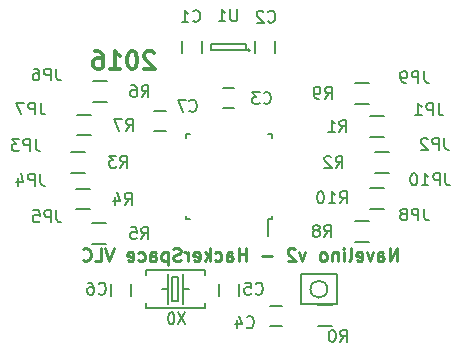
<source format=gbo>
G04 #@! TF.FileFunction,Legend,Bot*
%FSLAX46Y46*%
G04 Gerber Fmt 4.6, Leading zero omitted, Abs format (unit mm)*
G04 Created by KiCad (PCBNEW 4.0.4-stable) date Thursday, 03 '03e' November '03e' 2016, 09:15:18*
%MOMM*%
%LPD*%
G01*
G04 APERTURE LIST*
%ADD10C,0.100000*%
%ADD11C,0.300000*%
%ADD12C,0.275000*%
%ADD13C,0.127000*%
%ADD14C,0.150000*%
G04 APERTURE END LIST*
D10*
D11*
X118649428Y-119971429D02*
X118577999Y-119900000D01*
X118435142Y-119828571D01*
X118077999Y-119828571D01*
X117935142Y-119900000D01*
X117863713Y-119971429D01*
X117792285Y-120114286D01*
X117792285Y-120257143D01*
X117863713Y-120471429D01*
X118720856Y-121328571D01*
X117792285Y-121328571D01*
X116863714Y-119828571D02*
X116720857Y-119828571D01*
X116578000Y-119900000D01*
X116506571Y-119971429D01*
X116435142Y-120114286D01*
X116363714Y-120400000D01*
X116363714Y-120757143D01*
X116435142Y-121042857D01*
X116506571Y-121185714D01*
X116578000Y-121257143D01*
X116720857Y-121328571D01*
X116863714Y-121328571D01*
X117006571Y-121257143D01*
X117078000Y-121185714D01*
X117149428Y-121042857D01*
X117220857Y-120757143D01*
X117220857Y-120400000D01*
X117149428Y-120114286D01*
X117078000Y-119971429D01*
X117006571Y-119900000D01*
X116863714Y-119828571D01*
X114935143Y-121328571D02*
X115792286Y-121328571D01*
X115363714Y-121328571D02*
X115363714Y-119828571D01*
X115506571Y-120042857D01*
X115649429Y-120185714D01*
X115792286Y-120257143D01*
X113649429Y-119828571D02*
X113935143Y-119828571D01*
X114078000Y-119900000D01*
X114149429Y-119971429D01*
X114292286Y-120185714D01*
X114363715Y-120471429D01*
X114363715Y-121042857D01*
X114292286Y-121185714D01*
X114220858Y-121257143D01*
X114078000Y-121328571D01*
X113792286Y-121328571D01*
X113649429Y-121257143D01*
X113578000Y-121185714D01*
X113506572Y-121042857D01*
X113506572Y-120685714D01*
X113578000Y-120542857D01*
X113649429Y-120471429D01*
X113792286Y-120400000D01*
X114078000Y-120400000D01*
X114220858Y-120471429D01*
X114292286Y-120542857D01*
X114363715Y-120685714D01*
D12*
X139218095Y-137597619D02*
X139218095Y-136497619D01*
X138589524Y-137597619D01*
X138589524Y-136497619D01*
X137594286Y-137597619D02*
X137594286Y-137021429D01*
X137646667Y-136916667D01*
X137751429Y-136864286D01*
X137960952Y-136864286D01*
X138065714Y-136916667D01*
X137594286Y-137545238D02*
X137699048Y-137597619D01*
X137960952Y-137597619D01*
X138065714Y-137545238D01*
X138118095Y-137440476D01*
X138118095Y-137335714D01*
X138065714Y-137230952D01*
X137960952Y-137178571D01*
X137699048Y-137178571D01*
X137594286Y-137126190D01*
X137175238Y-136864286D02*
X136913333Y-137597619D01*
X136651429Y-136864286D01*
X135813334Y-137545238D02*
X135918096Y-137597619D01*
X136127619Y-137597619D01*
X136232381Y-137545238D01*
X136284762Y-137440476D01*
X136284762Y-137021429D01*
X136232381Y-136916667D01*
X136127619Y-136864286D01*
X135918096Y-136864286D01*
X135813334Y-136916667D01*
X135760953Y-137021429D01*
X135760953Y-137126190D01*
X136284762Y-137230952D01*
X135132381Y-137597619D02*
X135237143Y-137545238D01*
X135289524Y-137440476D01*
X135289524Y-136497619D01*
X134713334Y-137597619D02*
X134713334Y-136864286D01*
X134713334Y-136497619D02*
X134765715Y-136550000D01*
X134713334Y-136602381D01*
X134660953Y-136550000D01*
X134713334Y-136497619D01*
X134713334Y-136602381D01*
X134189524Y-136864286D02*
X134189524Y-137597619D01*
X134189524Y-136969048D02*
X134137143Y-136916667D01*
X134032381Y-136864286D01*
X133875239Y-136864286D01*
X133770477Y-136916667D01*
X133718096Y-137021429D01*
X133718096Y-137597619D01*
X133037143Y-137597619D02*
X133141905Y-137545238D01*
X133194286Y-137492857D01*
X133246667Y-137388095D01*
X133246667Y-137073810D01*
X133194286Y-136969048D01*
X133141905Y-136916667D01*
X133037143Y-136864286D01*
X132880001Y-136864286D01*
X132775239Y-136916667D01*
X132722858Y-136969048D01*
X132670477Y-137073810D01*
X132670477Y-137388095D01*
X132722858Y-137492857D01*
X132775239Y-137545238D01*
X132880001Y-137597619D01*
X133037143Y-137597619D01*
X131465715Y-136864286D02*
X131203810Y-137597619D01*
X130941906Y-136864286D01*
X130575239Y-136602381D02*
X130522858Y-136550000D01*
X130418096Y-136497619D01*
X130156192Y-136497619D01*
X130051430Y-136550000D01*
X129999049Y-136602381D01*
X129946668Y-136707143D01*
X129946668Y-136811905D01*
X129999049Y-136969048D01*
X130627620Y-137597619D01*
X129946668Y-137597619D01*
X128637144Y-137178571D02*
X127799049Y-137178571D01*
X126437144Y-137597619D02*
X126437144Y-136497619D01*
X126437144Y-137021429D02*
X125808573Y-137021429D01*
X125808573Y-137597619D02*
X125808573Y-136497619D01*
X124813335Y-137597619D02*
X124813335Y-137021429D01*
X124865716Y-136916667D01*
X124970478Y-136864286D01*
X125180001Y-136864286D01*
X125284763Y-136916667D01*
X124813335Y-137545238D02*
X124918097Y-137597619D01*
X125180001Y-137597619D01*
X125284763Y-137545238D01*
X125337144Y-137440476D01*
X125337144Y-137335714D01*
X125284763Y-137230952D01*
X125180001Y-137178571D01*
X124918097Y-137178571D01*
X124813335Y-137126190D01*
X123818097Y-137545238D02*
X123922859Y-137597619D01*
X124132382Y-137597619D01*
X124237144Y-137545238D01*
X124289525Y-137492857D01*
X124341906Y-137388095D01*
X124341906Y-137073810D01*
X124289525Y-136969048D01*
X124237144Y-136916667D01*
X124132382Y-136864286D01*
X123922859Y-136864286D01*
X123818097Y-136916667D01*
X123346668Y-137597619D02*
X123346668Y-136497619D01*
X123241906Y-137178571D02*
X122927621Y-137597619D01*
X122927621Y-136864286D02*
X123346668Y-137283333D01*
X122037145Y-137545238D02*
X122141907Y-137597619D01*
X122351430Y-137597619D01*
X122456192Y-137545238D01*
X122508573Y-137440476D01*
X122508573Y-137021429D01*
X122456192Y-136916667D01*
X122351430Y-136864286D01*
X122141907Y-136864286D01*
X122037145Y-136916667D01*
X121984764Y-137021429D01*
X121984764Y-137126190D01*
X122508573Y-137230952D01*
X121513335Y-137597619D02*
X121513335Y-136864286D01*
X121513335Y-137073810D02*
X121460954Y-136969048D01*
X121408573Y-136916667D01*
X121303811Y-136864286D01*
X121199050Y-136864286D01*
X120884764Y-137545238D02*
X120727621Y-137597619D01*
X120465717Y-137597619D01*
X120360955Y-137545238D01*
X120308574Y-137492857D01*
X120256193Y-137388095D01*
X120256193Y-137283333D01*
X120308574Y-137178571D01*
X120360955Y-137126190D01*
X120465717Y-137073810D01*
X120675240Y-137021429D01*
X120780002Y-136969048D01*
X120832383Y-136916667D01*
X120884764Y-136811905D01*
X120884764Y-136707143D01*
X120832383Y-136602381D01*
X120780002Y-136550000D01*
X120675240Y-136497619D01*
X120413336Y-136497619D01*
X120256193Y-136550000D01*
X119784764Y-136864286D02*
X119784764Y-137964286D01*
X119784764Y-136916667D02*
X119680002Y-136864286D01*
X119470479Y-136864286D01*
X119365717Y-136916667D01*
X119313336Y-136969048D01*
X119260955Y-137073810D01*
X119260955Y-137388095D01*
X119313336Y-137492857D01*
X119365717Y-137545238D01*
X119470479Y-137597619D01*
X119680002Y-137597619D01*
X119784764Y-137545238D01*
X118318098Y-137597619D02*
X118318098Y-137021429D01*
X118370479Y-136916667D01*
X118475241Y-136864286D01*
X118684764Y-136864286D01*
X118789526Y-136916667D01*
X118318098Y-137545238D02*
X118422860Y-137597619D01*
X118684764Y-137597619D01*
X118789526Y-137545238D01*
X118841907Y-137440476D01*
X118841907Y-137335714D01*
X118789526Y-137230952D01*
X118684764Y-137178571D01*
X118422860Y-137178571D01*
X118318098Y-137126190D01*
X117322860Y-137545238D02*
X117427622Y-137597619D01*
X117637145Y-137597619D01*
X117741907Y-137545238D01*
X117794288Y-137492857D01*
X117846669Y-137388095D01*
X117846669Y-137073810D01*
X117794288Y-136969048D01*
X117741907Y-136916667D01*
X117637145Y-136864286D01*
X117427622Y-136864286D01*
X117322860Y-136916667D01*
X116432384Y-137545238D02*
X116537146Y-137597619D01*
X116746669Y-137597619D01*
X116851431Y-137545238D01*
X116903812Y-137440476D01*
X116903812Y-137021429D01*
X116851431Y-136916667D01*
X116746669Y-136864286D01*
X116537146Y-136864286D01*
X116432384Y-136916667D01*
X116380003Y-137021429D01*
X116380003Y-137126190D01*
X116903812Y-137230952D01*
X115227622Y-136497619D02*
X114860955Y-137597619D01*
X114494289Y-136497619D01*
X113603813Y-137597619D02*
X114127622Y-137597619D01*
X114127622Y-136497619D01*
X112608575Y-137492857D02*
X112660956Y-137545238D01*
X112818099Y-137597619D01*
X112922861Y-137597619D01*
X113080003Y-137545238D01*
X113184765Y-137440476D01*
X113237146Y-137335714D01*
X113289527Y-137126190D01*
X113289527Y-136969048D01*
X113237146Y-136759524D01*
X113184765Y-136654762D01*
X113080003Y-136550000D01*
X112922861Y-136497619D01*
X112818099Y-136497619D01*
X112660956Y-136550000D01*
X112608575Y-136602381D01*
D13*
X122925000Y-138375000D02*
X122925000Y-138775000D01*
X122925000Y-141175000D02*
X122925000Y-141575000D01*
X122925000Y-141575000D02*
X117925000Y-141575000D01*
X117925000Y-141575000D02*
X117925000Y-141175000D01*
X117925000Y-138775000D02*
X117925000Y-138375000D01*
X117925000Y-138375000D02*
X122925000Y-138375000D01*
X120679000Y-138959000D02*
X120679000Y-140991000D01*
X120679000Y-140991000D02*
X120171000Y-140991000D01*
X120171000Y-140991000D02*
X120171000Y-138959000D01*
X120171000Y-138959000D02*
X120679000Y-138959000D01*
X121060000Y-138705000D02*
X121060000Y-139975000D01*
X121060000Y-139975000D02*
X121060000Y-141245000D01*
X119790000Y-138705000D02*
X119790000Y-139975000D01*
X119790000Y-139975000D02*
X119790000Y-141245000D01*
X121060000Y-139975000D02*
X121568000Y-139975000D01*
X119790000Y-139975000D02*
X119282000Y-139975000D01*
D14*
X128625000Y-134075000D02*
X128300000Y-134075000D01*
X128625000Y-126825000D02*
X128300000Y-126825000D01*
X121375000Y-126825000D02*
X121700000Y-126825000D01*
X121375000Y-134075000D02*
X121700000Y-134075000D01*
X128625000Y-134075000D02*
X128625000Y-133750000D01*
X121375000Y-134075000D02*
X121375000Y-133750000D01*
X121375000Y-126825000D02*
X121375000Y-127150000D01*
X128625000Y-126825000D02*
X128625000Y-127150000D01*
X128300000Y-134075000D02*
X128300000Y-135500000D01*
X136900000Y-127100000D02*
X138100000Y-127100000D01*
X138100000Y-125350000D02*
X136900000Y-125350000D01*
X137375000Y-130100000D02*
X138575000Y-130100000D01*
X138575000Y-128350000D02*
X137375000Y-128350000D01*
X112800000Y-128350000D02*
X111600000Y-128350000D01*
X111600000Y-130100000D02*
X112800000Y-130100000D01*
X113250000Y-131475000D02*
X112050000Y-131475000D01*
X112050000Y-133225000D02*
X113250000Y-133225000D01*
X114600000Y-134375000D02*
X113400000Y-134375000D01*
X113400000Y-136125000D02*
X114600000Y-136125000D01*
X114675000Y-122350000D02*
X113475000Y-122350000D01*
X113475000Y-124100000D02*
X114675000Y-124100000D01*
X113300000Y-125200000D02*
X112100000Y-125200000D01*
X112100000Y-126950000D02*
X113300000Y-126950000D01*
X135650000Y-135950000D02*
X136850000Y-135950000D01*
X136850000Y-134200000D02*
X135650000Y-134200000D01*
X135625000Y-124275000D02*
X136825000Y-124275000D01*
X136825000Y-122525000D02*
X135625000Y-122525000D01*
X136900000Y-133150000D02*
X138100000Y-133150000D01*
X138100000Y-131400000D02*
X136900000Y-131400000D01*
X122725000Y-118975000D02*
X122725000Y-119975000D01*
X121025000Y-119975000D02*
X121025000Y-118975000D01*
X127200000Y-119975000D02*
X127200000Y-118975000D01*
X128900000Y-118975000D02*
X128900000Y-119975000D01*
X125450000Y-124675000D02*
X124450000Y-124675000D01*
X124450000Y-122975000D02*
X125450000Y-122975000D01*
X128450000Y-141375000D02*
X129450000Y-141375000D01*
X129450000Y-143075000D02*
X128450000Y-143075000D01*
X125825000Y-139550000D02*
X125825000Y-140550000D01*
X124125000Y-140550000D02*
X124125000Y-139550000D01*
X116700000Y-139550000D02*
X116700000Y-140550000D01*
X115000000Y-140550000D02*
X115000000Y-139550000D01*
X118625000Y-124875000D02*
X119625000Y-124875000D01*
X119625000Y-126575000D02*
X118625000Y-126575000D01*
X126750000Y-119750000D02*
G75*
G03X126750000Y-119750000I-100000J0D01*
G01*
X126400000Y-119200000D02*
X126400000Y-119700000D01*
X123500000Y-119200000D02*
X126400000Y-119200000D01*
X123500000Y-119700000D02*
X123500000Y-119200000D01*
X126400000Y-119700000D02*
X123500000Y-119700000D01*
X133318420Y-139975000D02*
G75*
G03X133318420Y-139975000I-718420J0D01*
G01*
X134100000Y-141225000D02*
X134100000Y-138725000D01*
X134100000Y-138725000D02*
X131100000Y-138725000D01*
X131100000Y-141225000D02*
X134100000Y-141225000D01*
X131100000Y-141225000D02*
X131100000Y-138725000D01*
X133750000Y-141350000D02*
X132550000Y-141350000D01*
X132550000Y-143100000D02*
X133750000Y-143100000D01*
X121258572Y-141942381D02*
X120658572Y-142942381D01*
X120658572Y-141942381D02*
X121258572Y-142942381D01*
X120144286Y-141942381D02*
X120058571Y-141942381D01*
X119972857Y-141990000D01*
X119930000Y-142037619D01*
X119887143Y-142132857D01*
X119844286Y-142323333D01*
X119844286Y-142561429D01*
X119887143Y-142751905D01*
X119930000Y-142847143D01*
X119972857Y-142894762D01*
X120058571Y-142942381D01*
X120144286Y-142942381D01*
X120230000Y-142894762D01*
X120272857Y-142847143D01*
X120315714Y-142751905D01*
X120358571Y-142561429D01*
X120358571Y-142323333D01*
X120315714Y-142132857D01*
X120272857Y-142037619D01*
X120230000Y-141990000D01*
X120144286Y-141942381D01*
X134341666Y-126652381D02*
X134675000Y-126176190D01*
X134913095Y-126652381D02*
X134913095Y-125652381D01*
X134532142Y-125652381D01*
X134436904Y-125700000D01*
X134389285Y-125747619D01*
X134341666Y-125842857D01*
X134341666Y-125985714D01*
X134389285Y-126080952D01*
X134436904Y-126128571D01*
X134532142Y-126176190D01*
X134913095Y-126176190D01*
X133389285Y-126652381D02*
X133960714Y-126652381D01*
X133675000Y-126652381D02*
X133675000Y-125652381D01*
X133770238Y-125795238D01*
X133865476Y-125890476D01*
X133960714Y-125938095D01*
X134016666Y-129702381D02*
X134350000Y-129226190D01*
X134588095Y-129702381D02*
X134588095Y-128702381D01*
X134207142Y-128702381D01*
X134111904Y-128750000D01*
X134064285Y-128797619D01*
X134016666Y-128892857D01*
X134016666Y-129035714D01*
X134064285Y-129130952D01*
X134111904Y-129178571D01*
X134207142Y-129226190D01*
X134588095Y-129226190D01*
X133635714Y-128797619D02*
X133588095Y-128750000D01*
X133492857Y-128702381D01*
X133254761Y-128702381D01*
X133159523Y-128750000D01*
X133111904Y-128797619D01*
X133064285Y-128892857D01*
X133064285Y-128988095D01*
X133111904Y-129130952D01*
X133683333Y-129702381D01*
X133064285Y-129702381D01*
X115791666Y-129677381D02*
X116125000Y-129201190D01*
X116363095Y-129677381D02*
X116363095Y-128677381D01*
X115982142Y-128677381D01*
X115886904Y-128725000D01*
X115839285Y-128772619D01*
X115791666Y-128867857D01*
X115791666Y-129010714D01*
X115839285Y-129105952D01*
X115886904Y-129153571D01*
X115982142Y-129201190D01*
X116363095Y-129201190D01*
X115458333Y-128677381D02*
X114839285Y-128677381D01*
X115172619Y-129058333D01*
X115029761Y-129058333D01*
X114934523Y-129105952D01*
X114886904Y-129153571D01*
X114839285Y-129248810D01*
X114839285Y-129486905D01*
X114886904Y-129582143D01*
X114934523Y-129629762D01*
X115029761Y-129677381D01*
X115315476Y-129677381D01*
X115410714Y-129629762D01*
X115458333Y-129582143D01*
X116166666Y-132827381D02*
X116500000Y-132351190D01*
X116738095Y-132827381D02*
X116738095Y-131827381D01*
X116357142Y-131827381D01*
X116261904Y-131875000D01*
X116214285Y-131922619D01*
X116166666Y-132017857D01*
X116166666Y-132160714D01*
X116214285Y-132255952D01*
X116261904Y-132303571D01*
X116357142Y-132351190D01*
X116738095Y-132351190D01*
X115309523Y-132160714D02*
X115309523Y-132827381D01*
X115547619Y-131779762D02*
X115785714Y-132494048D01*
X115166666Y-132494048D01*
X117566666Y-135727381D02*
X117900000Y-135251190D01*
X118138095Y-135727381D02*
X118138095Y-134727381D01*
X117757142Y-134727381D01*
X117661904Y-134775000D01*
X117614285Y-134822619D01*
X117566666Y-134917857D01*
X117566666Y-135060714D01*
X117614285Y-135155952D01*
X117661904Y-135203571D01*
X117757142Y-135251190D01*
X118138095Y-135251190D01*
X116661904Y-134727381D02*
X117138095Y-134727381D01*
X117185714Y-135203571D01*
X117138095Y-135155952D01*
X117042857Y-135108333D01*
X116804761Y-135108333D01*
X116709523Y-135155952D01*
X116661904Y-135203571D01*
X116614285Y-135298810D01*
X116614285Y-135536905D01*
X116661904Y-135632143D01*
X116709523Y-135679762D01*
X116804761Y-135727381D01*
X117042857Y-135727381D01*
X117138095Y-135679762D01*
X117185714Y-135632143D01*
X117591666Y-123702381D02*
X117925000Y-123226190D01*
X118163095Y-123702381D02*
X118163095Y-122702381D01*
X117782142Y-122702381D01*
X117686904Y-122750000D01*
X117639285Y-122797619D01*
X117591666Y-122892857D01*
X117591666Y-123035714D01*
X117639285Y-123130952D01*
X117686904Y-123178571D01*
X117782142Y-123226190D01*
X118163095Y-123226190D01*
X116734523Y-122702381D02*
X116925000Y-122702381D01*
X117020238Y-122750000D01*
X117067857Y-122797619D01*
X117163095Y-122940476D01*
X117210714Y-123130952D01*
X117210714Y-123511905D01*
X117163095Y-123607143D01*
X117115476Y-123654762D01*
X117020238Y-123702381D01*
X116829761Y-123702381D01*
X116734523Y-123654762D01*
X116686904Y-123607143D01*
X116639285Y-123511905D01*
X116639285Y-123273810D01*
X116686904Y-123178571D01*
X116734523Y-123130952D01*
X116829761Y-123083333D01*
X117020238Y-123083333D01*
X117115476Y-123130952D01*
X117163095Y-123178571D01*
X117210714Y-123273810D01*
X116266666Y-126552381D02*
X116600000Y-126076190D01*
X116838095Y-126552381D02*
X116838095Y-125552381D01*
X116457142Y-125552381D01*
X116361904Y-125600000D01*
X116314285Y-125647619D01*
X116266666Y-125742857D01*
X116266666Y-125885714D01*
X116314285Y-125980952D01*
X116361904Y-126028571D01*
X116457142Y-126076190D01*
X116838095Y-126076190D01*
X115933333Y-125552381D02*
X115266666Y-125552381D01*
X115695238Y-126552381D01*
X133041666Y-135552381D02*
X133375000Y-135076190D01*
X133613095Y-135552381D02*
X133613095Y-134552381D01*
X133232142Y-134552381D01*
X133136904Y-134600000D01*
X133089285Y-134647619D01*
X133041666Y-134742857D01*
X133041666Y-134885714D01*
X133089285Y-134980952D01*
X133136904Y-135028571D01*
X133232142Y-135076190D01*
X133613095Y-135076190D01*
X132470238Y-134980952D02*
X132565476Y-134933333D01*
X132613095Y-134885714D01*
X132660714Y-134790476D01*
X132660714Y-134742857D01*
X132613095Y-134647619D01*
X132565476Y-134600000D01*
X132470238Y-134552381D01*
X132279761Y-134552381D01*
X132184523Y-134600000D01*
X132136904Y-134647619D01*
X132089285Y-134742857D01*
X132089285Y-134790476D01*
X132136904Y-134885714D01*
X132184523Y-134933333D01*
X132279761Y-134980952D01*
X132470238Y-134980952D01*
X132565476Y-135028571D01*
X132613095Y-135076190D01*
X132660714Y-135171429D01*
X132660714Y-135361905D01*
X132613095Y-135457143D01*
X132565476Y-135504762D01*
X132470238Y-135552381D01*
X132279761Y-135552381D01*
X132184523Y-135504762D01*
X132136904Y-135457143D01*
X132089285Y-135361905D01*
X132089285Y-135171429D01*
X132136904Y-135076190D01*
X132184523Y-135028571D01*
X132279761Y-134980952D01*
X133116666Y-123852381D02*
X133450000Y-123376190D01*
X133688095Y-123852381D02*
X133688095Y-122852381D01*
X133307142Y-122852381D01*
X133211904Y-122900000D01*
X133164285Y-122947619D01*
X133116666Y-123042857D01*
X133116666Y-123185714D01*
X133164285Y-123280952D01*
X133211904Y-123328571D01*
X133307142Y-123376190D01*
X133688095Y-123376190D01*
X132640476Y-123852381D02*
X132450000Y-123852381D01*
X132354761Y-123804762D01*
X132307142Y-123757143D01*
X132211904Y-123614286D01*
X132164285Y-123423810D01*
X132164285Y-123042857D01*
X132211904Y-122947619D01*
X132259523Y-122900000D01*
X132354761Y-122852381D01*
X132545238Y-122852381D01*
X132640476Y-122900000D01*
X132688095Y-122947619D01*
X132735714Y-123042857D01*
X132735714Y-123280952D01*
X132688095Y-123376190D01*
X132640476Y-123423810D01*
X132545238Y-123471429D01*
X132354761Y-123471429D01*
X132259523Y-123423810D01*
X132211904Y-123376190D01*
X132164285Y-123280952D01*
X134367857Y-132702381D02*
X134701191Y-132226190D01*
X134939286Y-132702381D02*
X134939286Y-131702381D01*
X134558333Y-131702381D01*
X134463095Y-131750000D01*
X134415476Y-131797619D01*
X134367857Y-131892857D01*
X134367857Y-132035714D01*
X134415476Y-132130952D01*
X134463095Y-132178571D01*
X134558333Y-132226190D01*
X134939286Y-132226190D01*
X133415476Y-132702381D02*
X133986905Y-132702381D01*
X133701191Y-132702381D02*
X133701191Y-131702381D01*
X133796429Y-131845238D01*
X133891667Y-131940476D01*
X133986905Y-131988095D01*
X132796429Y-131702381D02*
X132701190Y-131702381D01*
X132605952Y-131750000D01*
X132558333Y-131797619D01*
X132510714Y-131892857D01*
X132463095Y-132083333D01*
X132463095Y-132321429D01*
X132510714Y-132511905D01*
X132558333Y-132607143D01*
X132605952Y-132654762D01*
X132701190Y-132702381D01*
X132796429Y-132702381D01*
X132891667Y-132654762D01*
X132939286Y-132607143D01*
X132986905Y-132511905D01*
X133034524Y-132321429D01*
X133034524Y-132083333D01*
X132986905Y-131892857D01*
X132939286Y-131797619D01*
X132891667Y-131750000D01*
X132796429Y-131702381D01*
X121941666Y-117257143D02*
X121989285Y-117304762D01*
X122132142Y-117352381D01*
X122227380Y-117352381D01*
X122370238Y-117304762D01*
X122465476Y-117209524D01*
X122513095Y-117114286D01*
X122560714Y-116923810D01*
X122560714Y-116780952D01*
X122513095Y-116590476D01*
X122465476Y-116495238D01*
X122370238Y-116400000D01*
X122227380Y-116352381D01*
X122132142Y-116352381D01*
X121989285Y-116400000D01*
X121941666Y-116447619D01*
X120989285Y-117352381D02*
X121560714Y-117352381D01*
X121275000Y-117352381D02*
X121275000Y-116352381D01*
X121370238Y-116495238D01*
X121465476Y-116590476D01*
X121560714Y-116638095D01*
X128291666Y-117307143D02*
X128339285Y-117354762D01*
X128482142Y-117402381D01*
X128577380Y-117402381D01*
X128720238Y-117354762D01*
X128815476Y-117259524D01*
X128863095Y-117164286D01*
X128910714Y-116973810D01*
X128910714Y-116830952D01*
X128863095Y-116640476D01*
X128815476Y-116545238D01*
X128720238Y-116450000D01*
X128577380Y-116402381D01*
X128482142Y-116402381D01*
X128339285Y-116450000D01*
X128291666Y-116497619D01*
X127910714Y-116497619D02*
X127863095Y-116450000D01*
X127767857Y-116402381D01*
X127529761Y-116402381D01*
X127434523Y-116450000D01*
X127386904Y-116497619D01*
X127339285Y-116592857D01*
X127339285Y-116688095D01*
X127386904Y-116830952D01*
X127958333Y-117402381D01*
X127339285Y-117402381D01*
X127916666Y-124207143D02*
X127964285Y-124254762D01*
X128107142Y-124302381D01*
X128202380Y-124302381D01*
X128345238Y-124254762D01*
X128440476Y-124159524D01*
X128488095Y-124064286D01*
X128535714Y-123873810D01*
X128535714Y-123730952D01*
X128488095Y-123540476D01*
X128440476Y-123445238D01*
X128345238Y-123350000D01*
X128202380Y-123302381D01*
X128107142Y-123302381D01*
X127964285Y-123350000D01*
X127916666Y-123397619D01*
X127583333Y-123302381D02*
X126964285Y-123302381D01*
X127297619Y-123683333D01*
X127154761Y-123683333D01*
X127059523Y-123730952D01*
X127011904Y-123778571D01*
X126964285Y-123873810D01*
X126964285Y-124111905D01*
X127011904Y-124207143D01*
X127059523Y-124254762D01*
X127154761Y-124302381D01*
X127440476Y-124302381D01*
X127535714Y-124254762D01*
X127583333Y-124207143D01*
X126491666Y-143182143D02*
X126539285Y-143229762D01*
X126682142Y-143277381D01*
X126777380Y-143277381D01*
X126920238Y-143229762D01*
X127015476Y-143134524D01*
X127063095Y-143039286D01*
X127110714Y-142848810D01*
X127110714Y-142705952D01*
X127063095Y-142515476D01*
X127015476Y-142420238D01*
X126920238Y-142325000D01*
X126777380Y-142277381D01*
X126682142Y-142277381D01*
X126539285Y-142325000D01*
X126491666Y-142372619D01*
X125634523Y-142610714D02*
X125634523Y-143277381D01*
X125872619Y-142229762D02*
X126110714Y-142944048D01*
X125491666Y-142944048D01*
X127241666Y-140332143D02*
X127289285Y-140379762D01*
X127432142Y-140427381D01*
X127527380Y-140427381D01*
X127670238Y-140379762D01*
X127765476Y-140284524D01*
X127813095Y-140189286D01*
X127860714Y-139998810D01*
X127860714Y-139855952D01*
X127813095Y-139665476D01*
X127765476Y-139570238D01*
X127670238Y-139475000D01*
X127527380Y-139427381D01*
X127432142Y-139427381D01*
X127289285Y-139475000D01*
X127241666Y-139522619D01*
X126336904Y-139427381D02*
X126813095Y-139427381D01*
X126860714Y-139903571D01*
X126813095Y-139855952D01*
X126717857Y-139808333D01*
X126479761Y-139808333D01*
X126384523Y-139855952D01*
X126336904Y-139903571D01*
X126289285Y-139998810D01*
X126289285Y-140236905D01*
X126336904Y-140332143D01*
X126384523Y-140379762D01*
X126479761Y-140427381D01*
X126717857Y-140427381D01*
X126813095Y-140379762D01*
X126860714Y-140332143D01*
X113941666Y-140332143D02*
X113989285Y-140379762D01*
X114132142Y-140427381D01*
X114227380Y-140427381D01*
X114370238Y-140379762D01*
X114465476Y-140284524D01*
X114513095Y-140189286D01*
X114560714Y-139998810D01*
X114560714Y-139855952D01*
X114513095Y-139665476D01*
X114465476Y-139570238D01*
X114370238Y-139475000D01*
X114227380Y-139427381D01*
X114132142Y-139427381D01*
X113989285Y-139475000D01*
X113941666Y-139522619D01*
X113084523Y-139427381D02*
X113275000Y-139427381D01*
X113370238Y-139475000D01*
X113417857Y-139522619D01*
X113513095Y-139665476D01*
X113560714Y-139855952D01*
X113560714Y-140236905D01*
X113513095Y-140332143D01*
X113465476Y-140379762D01*
X113370238Y-140427381D01*
X113179761Y-140427381D01*
X113084523Y-140379762D01*
X113036904Y-140332143D01*
X112989285Y-140236905D01*
X112989285Y-139998810D01*
X113036904Y-139903571D01*
X113084523Y-139855952D01*
X113179761Y-139808333D01*
X113370238Y-139808333D01*
X113465476Y-139855952D01*
X113513095Y-139903571D01*
X113560714Y-139998810D01*
X121641666Y-124857143D02*
X121689285Y-124904762D01*
X121832142Y-124952381D01*
X121927380Y-124952381D01*
X122070238Y-124904762D01*
X122165476Y-124809524D01*
X122213095Y-124714286D01*
X122260714Y-124523810D01*
X122260714Y-124380952D01*
X122213095Y-124190476D01*
X122165476Y-124095238D01*
X122070238Y-124000000D01*
X121927380Y-123952381D01*
X121832142Y-123952381D01*
X121689285Y-124000000D01*
X121641666Y-124047619D01*
X121308333Y-123952381D02*
X120641666Y-123952381D01*
X121070238Y-124952381D01*
X125686905Y-116277381D02*
X125686905Y-117086905D01*
X125639286Y-117182143D01*
X125591667Y-117229762D01*
X125496429Y-117277381D01*
X125305952Y-117277381D01*
X125210714Y-117229762D01*
X125163095Y-117182143D01*
X125115476Y-117086905D01*
X125115476Y-116277381D01*
X124115476Y-117277381D02*
X124686905Y-117277381D01*
X124401191Y-117277381D02*
X124401191Y-116277381D01*
X124496429Y-116420238D01*
X124591667Y-116515476D01*
X124686905Y-116563095D01*
X142733333Y-124252381D02*
X142733333Y-124966667D01*
X142780953Y-125109524D01*
X142876191Y-125204762D01*
X143019048Y-125252381D01*
X143114286Y-125252381D01*
X142257143Y-125252381D02*
X142257143Y-124252381D01*
X141876190Y-124252381D01*
X141780952Y-124300000D01*
X141733333Y-124347619D01*
X141685714Y-124442857D01*
X141685714Y-124585714D01*
X141733333Y-124680952D01*
X141780952Y-124728571D01*
X141876190Y-124776190D01*
X142257143Y-124776190D01*
X140733333Y-125252381D02*
X141304762Y-125252381D01*
X141019048Y-125252381D02*
X141019048Y-124252381D01*
X141114286Y-124395238D01*
X141209524Y-124490476D01*
X141304762Y-124538095D01*
X143233333Y-127177381D02*
X143233333Y-127891667D01*
X143280953Y-128034524D01*
X143376191Y-128129762D01*
X143519048Y-128177381D01*
X143614286Y-128177381D01*
X142757143Y-128177381D02*
X142757143Y-127177381D01*
X142376190Y-127177381D01*
X142280952Y-127225000D01*
X142233333Y-127272619D01*
X142185714Y-127367857D01*
X142185714Y-127510714D01*
X142233333Y-127605952D01*
X142280952Y-127653571D01*
X142376190Y-127701190D01*
X142757143Y-127701190D01*
X141804762Y-127272619D02*
X141757143Y-127225000D01*
X141661905Y-127177381D01*
X141423809Y-127177381D01*
X141328571Y-127225000D01*
X141280952Y-127272619D01*
X141233333Y-127367857D01*
X141233333Y-127463095D01*
X141280952Y-127605952D01*
X141852381Y-128177381D01*
X141233333Y-128177381D01*
X108608333Y-127277381D02*
X108608333Y-127991667D01*
X108655953Y-128134524D01*
X108751191Y-128229762D01*
X108894048Y-128277381D01*
X108989286Y-128277381D01*
X108132143Y-128277381D02*
X108132143Y-127277381D01*
X107751190Y-127277381D01*
X107655952Y-127325000D01*
X107608333Y-127372619D01*
X107560714Y-127467857D01*
X107560714Y-127610714D01*
X107608333Y-127705952D01*
X107655952Y-127753571D01*
X107751190Y-127801190D01*
X108132143Y-127801190D01*
X107227381Y-127277381D02*
X106608333Y-127277381D01*
X106941667Y-127658333D01*
X106798809Y-127658333D01*
X106703571Y-127705952D01*
X106655952Y-127753571D01*
X106608333Y-127848810D01*
X106608333Y-128086905D01*
X106655952Y-128182143D01*
X106703571Y-128229762D01*
X106798809Y-128277381D01*
X107084524Y-128277381D01*
X107179762Y-128229762D01*
X107227381Y-128182143D01*
X109008333Y-130202381D02*
X109008333Y-130916667D01*
X109055953Y-131059524D01*
X109151191Y-131154762D01*
X109294048Y-131202381D01*
X109389286Y-131202381D01*
X108532143Y-131202381D02*
X108532143Y-130202381D01*
X108151190Y-130202381D01*
X108055952Y-130250000D01*
X108008333Y-130297619D01*
X107960714Y-130392857D01*
X107960714Y-130535714D01*
X108008333Y-130630952D01*
X108055952Y-130678571D01*
X108151190Y-130726190D01*
X108532143Y-130726190D01*
X107103571Y-130535714D02*
X107103571Y-131202381D01*
X107341667Y-130154762D02*
X107579762Y-130869048D01*
X106960714Y-130869048D01*
X110383333Y-133302381D02*
X110383333Y-134016667D01*
X110430953Y-134159524D01*
X110526191Y-134254762D01*
X110669048Y-134302381D01*
X110764286Y-134302381D01*
X109907143Y-134302381D02*
X109907143Y-133302381D01*
X109526190Y-133302381D01*
X109430952Y-133350000D01*
X109383333Y-133397619D01*
X109335714Y-133492857D01*
X109335714Y-133635714D01*
X109383333Y-133730952D01*
X109430952Y-133778571D01*
X109526190Y-133826190D01*
X109907143Y-133826190D01*
X108430952Y-133302381D02*
X108907143Y-133302381D01*
X108954762Y-133778571D01*
X108907143Y-133730952D01*
X108811905Y-133683333D01*
X108573809Y-133683333D01*
X108478571Y-133730952D01*
X108430952Y-133778571D01*
X108383333Y-133873810D01*
X108383333Y-134111905D01*
X108430952Y-134207143D01*
X108478571Y-134254762D01*
X108573809Y-134302381D01*
X108811905Y-134302381D01*
X108907143Y-134254762D01*
X108954762Y-134207143D01*
X110358333Y-121302381D02*
X110358333Y-122016667D01*
X110405953Y-122159524D01*
X110501191Y-122254762D01*
X110644048Y-122302381D01*
X110739286Y-122302381D01*
X109882143Y-122302381D02*
X109882143Y-121302381D01*
X109501190Y-121302381D01*
X109405952Y-121350000D01*
X109358333Y-121397619D01*
X109310714Y-121492857D01*
X109310714Y-121635714D01*
X109358333Y-121730952D01*
X109405952Y-121778571D01*
X109501190Y-121826190D01*
X109882143Y-121826190D01*
X108453571Y-121302381D02*
X108644048Y-121302381D01*
X108739286Y-121350000D01*
X108786905Y-121397619D01*
X108882143Y-121540476D01*
X108929762Y-121730952D01*
X108929762Y-122111905D01*
X108882143Y-122207143D01*
X108834524Y-122254762D01*
X108739286Y-122302381D01*
X108548809Y-122302381D01*
X108453571Y-122254762D01*
X108405952Y-122207143D01*
X108358333Y-122111905D01*
X108358333Y-121873810D01*
X108405952Y-121778571D01*
X108453571Y-121730952D01*
X108548809Y-121683333D01*
X108739286Y-121683333D01*
X108834524Y-121730952D01*
X108882143Y-121778571D01*
X108929762Y-121873810D01*
X109033333Y-124177381D02*
X109033333Y-124891667D01*
X109080953Y-125034524D01*
X109176191Y-125129762D01*
X109319048Y-125177381D01*
X109414286Y-125177381D01*
X108557143Y-125177381D02*
X108557143Y-124177381D01*
X108176190Y-124177381D01*
X108080952Y-124225000D01*
X108033333Y-124272619D01*
X107985714Y-124367857D01*
X107985714Y-124510714D01*
X108033333Y-124605952D01*
X108080952Y-124653571D01*
X108176190Y-124701190D01*
X108557143Y-124701190D01*
X107652381Y-124177381D02*
X106985714Y-124177381D01*
X107414286Y-125177381D01*
X141508333Y-133152381D02*
X141508333Y-133866667D01*
X141555953Y-134009524D01*
X141651191Y-134104762D01*
X141794048Y-134152381D01*
X141889286Y-134152381D01*
X141032143Y-134152381D02*
X141032143Y-133152381D01*
X140651190Y-133152381D01*
X140555952Y-133200000D01*
X140508333Y-133247619D01*
X140460714Y-133342857D01*
X140460714Y-133485714D01*
X140508333Y-133580952D01*
X140555952Y-133628571D01*
X140651190Y-133676190D01*
X141032143Y-133676190D01*
X139889286Y-133580952D02*
X139984524Y-133533333D01*
X140032143Y-133485714D01*
X140079762Y-133390476D01*
X140079762Y-133342857D01*
X140032143Y-133247619D01*
X139984524Y-133200000D01*
X139889286Y-133152381D01*
X139698809Y-133152381D01*
X139603571Y-133200000D01*
X139555952Y-133247619D01*
X139508333Y-133342857D01*
X139508333Y-133390476D01*
X139555952Y-133485714D01*
X139603571Y-133533333D01*
X139698809Y-133580952D01*
X139889286Y-133580952D01*
X139984524Y-133628571D01*
X140032143Y-133676190D01*
X140079762Y-133771429D01*
X140079762Y-133961905D01*
X140032143Y-134057143D01*
X139984524Y-134104762D01*
X139889286Y-134152381D01*
X139698809Y-134152381D01*
X139603571Y-134104762D01*
X139555952Y-134057143D01*
X139508333Y-133961905D01*
X139508333Y-133771429D01*
X139555952Y-133676190D01*
X139603571Y-133628571D01*
X139698809Y-133580952D01*
X141508333Y-121502381D02*
X141508333Y-122216667D01*
X141555953Y-122359524D01*
X141651191Y-122454762D01*
X141794048Y-122502381D01*
X141889286Y-122502381D01*
X141032143Y-122502381D02*
X141032143Y-121502381D01*
X140651190Y-121502381D01*
X140555952Y-121550000D01*
X140508333Y-121597619D01*
X140460714Y-121692857D01*
X140460714Y-121835714D01*
X140508333Y-121930952D01*
X140555952Y-121978571D01*
X140651190Y-122026190D01*
X141032143Y-122026190D01*
X139984524Y-122502381D02*
X139794048Y-122502381D01*
X139698809Y-122454762D01*
X139651190Y-122407143D01*
X139555952Y-122264286D01*
X139508333Y-122073810D01*
X139508333Y-121692857D01*
X139555952Y-121597619D01*
X139603571Y-121550000D01*
X139698809Y-121502381D01*
X139889286Y-121502381D01*
X139984524Y-121550000D01*
X140032143Y-121597619D01*
X140079762Y-121692857D01*
X140079762Y-121930952D01*
X140032143Y-122026190D01*
X139984524Y-122073810D01*
X139889286Y-122121429D01*
X139698809Y-122121429D01*
X139603571Y-122073810D01*
X139555952Y-122026190D01*
X139508333Y-121930952D01*
X143309523Y-130177381D02*
X143309523Y-130891667D01*
X143357143Y-131034524D01*
X143452381Y-131129762D01*
X143595238Y-131177381D01*
X143690476Y-131177381D01*
X142833333Y-131177381D02*
X142833333Y-130177381D01*
X142452380Y-130177381D01*
X142357142Y-130225000D01*
X142309523Y-130272619D01*
X142261904Y-130367857D01*
X142261904Y-130510714D01*
X142309523Y-130605952D01*
X142357142Y-130653571D01*
X142452380Y-130701190D01*
X142833333Y-130701190D01*
X141309523Y-131177381D02*
X141880952Y-131177381D01*
X141595238Y-131177381D02*
X141595238Y-130177381D01*
X141690476Y-130320238D01*
X141785714Y-130415476D01*
X141880952Y-130463095D01*
X140690476Y-130177381D02*
X140595237Y-130177381D01*
X140499999Y-130225000D01*
X140452380Y-130272619D01*
X140404761Y-130367857D01*
X140357142Y-130558333D01*
X140357142Y-130796429D01*
X140404761Y-130986905D01*
X140452380Y-131082143D01*
X140499999Y-131129762D01*
X140595237Y-131177381D01*
X140690476Y-131177381D01*
X140785714Y-131129762D01*
X140833333Y-131082143D01*
X140880952Y-130986905D01*
X140928571Y-130796429D01*
X140928571Y-130558333D01*
X140880952Y-130367857D01*
X140833333Y-130272619D01*
X140785714Y-130225000D01*
X140690476Y-130177381D01*
X134391666Y-144427381D02*
X134725000Y-143951190D01*
X134963095Y-144427381D02*
X134963095Y-143427381D01*
X134582142Y-143427381D01*
X134486904Y-143475000D01*
X134439285Y-143522619D01*
X134391666Y-143617857D01*
X134391666Y-143760714D01*
X134439285Y-143855952D01*
X134486904Y-143903571D01*
X134582142Y-143951190D01*
X134963095Y-143951190D01*
X133772619Y-143427381D02*
X133677380Y-143427381D01*
X133582142Y-143475000D01*
X133534523Y-143522619D01*
X133486904Y-143617857D01*
X133439285Y-143808333D01*
X133439285Y-144046429D01*
X133486904Y-144236905D01*
X133534523Y-144332143D01*
X133582142Y-144379762D01*
X133677380Y-144427381D01*
X133772619Y-144427381D01*
X133867857Y-144379762D01*
X133915476Y-144332143D01*
X133963095Y-144236905D01*
X134010714Y-144046429D01*
X134010714Y-143808333D01*
X133963095Y-143617857D01*
X133915476Y-143522619D01*
X133867857Y-143475000D01*
X133772619Y-143427381D01*
M02*

</source>
